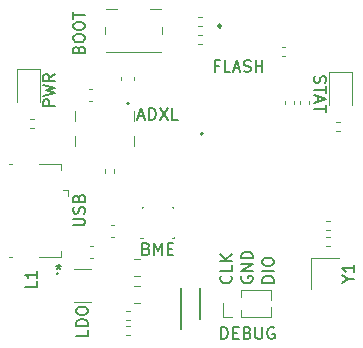
<source format=gto>
G04 #@! TF.GenerationSoftware,KiCad,Pcbnew,(6.0.6)*
G04 #@! TF.CreationDate,2022-10-22T18:45:05+02:00*
G04 #@! TF.ProjectId,ADXL PCB,4144584c-2050-4434-922e-6b696361645f,rev?*
G04 #@! TF.SameCoordinates,Original*
G04 #@! TF.FileFunction,Legend,Top*
G04 #@! TF.FilePolarity,Positive*
%FSLAX46Y46*%
G04 Gerber Fmt 4.6, Leading zero omitted, Abs format (unit mm)*
G04 Created by KiCad (PCBNEW (6.0.6)) date 2022-10-22 18:45:05*
%MOMM*%
%LPD*%
G01*
G04 APERTURE LIST*
%ADD10C,0.150000*%
%ADD11C,0.120000*%
%ADD12C,0.200000*%
%ADD13C,0.100000*%
%ADD14C,0.250000*%
G04 APERTURE END LIST*
D10*
X150018952Y-101766666D02*
X150495142Y-101766666D01*
X149923714Y-102052380D02*
X150257047Y-101052380D01*
X150590380Y-102052380D01*
X150923714Y-102052380D02*
X150923714Y-101052380D01*
X151161809Y-101052380D01*
X151304666Y-101100000D01*
X151399904Y-101195238D01*
X151447523Y-101290476D01*
X151495142Y-101480952D01*
X151495142Y-101623809D01*
X151447523Y-101814285D01*
X151399904Y-101909523D01*
X151304666Y-102004761D01*
X151161809Y-102052380D01*
X150923714Y-102052380D01*
X151828476Y-101052380D02*
X152495142Y-102052380D01*
X152495142Y-101052380D02*
X151828476Y-102052380D01*
X153352285Y-102052380D02*
X152876095Y-102052380D01*
X152876095Y-101052380D01*
X150685619Y-112958571D02*
X150828476Y-113006190D01*
X150876095Y-113053809D01*
X150923714Y-113149047D01*
X150923714Y-113291904D01*
X150876095Y-113387142D01*
X150828476Y-113434761D01*
X150733238Y-113482380D01*
X150352285Y-113482380D01*
X150352285Y-112482380D01*
X150685619Y-112482380D01*
X150780857Y-112530000D01*
X150828476Y-112577619D01*
X150876095Y-112672857D01*
X150876095Y-112768095D01*
X150828476Y-112863333D01*
X150780857Y-112910952D01*
X150685619Y-112958571D01*
X150352285Y-112958571D01*
X151352285Y-113482380D02*
X151352285Y-112482380D01*
X151685619Y-113196666D01*
X152018952Y-112482380D01*
X152018952Y-113482380D01*
X152495142Y-112958571D02*
X152828476Y-112958571D01*
X152971333Y-113482380D02*
X152495142Y-113482380D01*
X152495142Y-112482380D01*
X152971333Y-112482380D01*
X164949238Y-98345809D02*
X164901619Y-98488666D01*
X164901619Y-98726761D01*
X164949238Y-98822000D01*
X164996857Y-98869619D01*
X165092095Y-98917238D01*
X165187333Y-98917238D01*
X165282571Y-98869619D01*
X165330190Y-98822000D01*
X165377809Y-98726761D01*
X165425428Y-98536285D01*
X165473047Y-98441047D01*
X165520666Y-98393428D01*
X165615904Y-98345809D01*
X165711142Y-98345809D01*
X165806380Y-98393428D01*
X165854000Y-98441047D01*
X165901619Y-98536285D01*
X165901619Y-98774380D01*
X165854000Y-98917238D01*
X165901619Y-99202952D02*
X165901619Y-99774380D01*
X164901619Y-99488666D02*
X165901619Y-99488666D01*
X165187333Y-100060095D02*
X165187333Y-100536285D01*
X164901619Y-99964857D02*
X165901619Y-100298190D01*
X164901619Y-100631523D01*
X165901619Y-100822000D02*
X165901619Y-101393428D01*
X164901619Y-101107714D02*
X165901619Y-101107714D01*
X145740380Y-119840285D02*
X145740380Y-120316476D01*
X144740380Y-120316476D01*
X145740380Y-119506952D02*
X144740380Y-119506952D01*
X144740380Y-119268857D01*
X144788000Y-119126000D01*
X144883238Y-119030761D01*
X144978476Y-118983142D01*
X145168952Y-118935523D01*
X145311809Y-118935523D01*
X145502285Y-118983142D01*
X145597523Y-119030761D01*
X145692761Y-119126000D01*
X145740380Y-119268857D01*
X145740380Y-119506952D01*
X144740380Y-118316476D02*
X144740380Y-118126000D01*
X144788000Y-118030761D01*
X144883238Y-117935523D01*
X145073714Y-117887904D01*
X145407047Y-117887904D01*
X145597523Y-117935523D01*
X145692761Y-118030761D01*
X145740380Y-118126000D01*
X145740380Y-118316476D01*
X145692761Y-118411714D01*
X145597523Y-118506952D01*
X145407047Y-118554571D01*
X145073714Y-118554571D01*
X144883238Y-118506952D01*
X144788000Y-118411714D01*
X144740380Y-118316476D01*
X157019904Y-120594380D02*
X157019904Y-119594380D01*
X157258000Y-119594380D01*
X157400857Y-119642000D01*
X157496095Y-119737238D01*
X157543714Y-119832476D01*
X157591333Y-120022952D01*
X157591333Y-120165809D01*
X157543714Y-120356285D01*
X157496095Y-120451523D01*
X157400857Y-120546761D01*
X157258000Y-120594380D01*
X157019904Y-120594380D01*
X158019904Y-120070571D02*
X158353238Y-120070571D01*
X158496095Y-120594380D02*
X158019904Y-120594380D01*
X158019904Y-119594380D01*
X158496095Y-119594380D01*
X159258000Y-120070571D02*
X159400857Y-120118190D01*
X159448476Y-120165809D01*
X159496095Y-120261047D01*
X159496095Y-120403904D01*
X159448476Y-120499142D01*
X159400857Y-120546761D01*
X159305619Y-120594380D01*
X158924666Y-120594380D01*
X158924666Y-119594380D01*
X159258000Y-119594380D01*
X159353238Y-119642000D01*
X159400857Y-119689619D01*
X159448476Y-119784857D01*
X159448476Y-119880095D01*
X159400857Y-119975333D01*
X159353238Y-120022952D01*
X159258000Y-120070571D01*
X158924666Y-120070571D01*
X159924666Y-119594380D02*
X159924666Y-120403904D01*
X159972285Y-120499142D01*
X160019904Y-120546761D01*
X160115142Y-120594380D01*
X160305619Y-120594380D01*
X160400857Y-120546761D01*
X160448476Y-120499142D01*
X160496095Y-120403904D01*
X160496095Y-119594380D01*
X161496095Y-119642000D02*
X161400857Y-119594380D01*
X161258000Y-119594380D01*
X161115142Y-119642000D01*
X161019904Y-119737238D01*
X160972285Y-119832476D01*
X160924666Y-120022952D01*
X160924666Y-120165809D01*
X160972285Y-120356285D01*
X161019904Y-120451523D01*
X161115142Y-120546761D01*
X161258000Y-120594380D01*
X161353238Y-120594380D01*
X161496095Y-120546761D01*
X161543714Y-120499142D01*
X161543714Y-120165809D01*
X161353238Y-120165809D01*
X157837142Y-115260381D02*
X157884761Y-115308000D01*
X157932380Y-115450857D01*
X157932380Y-115546095D01*
X157884761Y-115688952D01*
X157789523Y-115784190D01*
X157694285Y-115831809D01*
X157503809Y-115879428D01*
X157360952Y-115879428D01*
X157170476Y-115831809D01*
X157075238Y-115784190D01*
X156980000Y-115688952D01*
X156932380Y-115546095D01*
X156932380Y-115450857D01*
X156980000Y-115308000D01*
X157027619Y-115260381D01*
X157932380Y-114355619D02*
X157932380Y-114831809D01*
X156932380Y-114831809D01*
X157932380Y-114022285D02*
X156932380Y-114022285D01*
X157932380Y-113450857D02*
X157360952Y-113879428D01*
X156932380Y-113450857D02*
X157503809Y-114022285D01*
X144486380Y-110989904D02*
X145295904Y-110989904D01*
X145391142Y-110942285D01*
X145438761Y-110894666D01*
X145486380Y-110799428D01*
X145486380Y-110608952D01*
X145438761Y-110513714D01*
X145391142Y-110466095D01*
X145295904Y-110418476D01*
X144486380Y-110418476D01*
X145438761Y-109989904D02*
X145486380Y-109847047D01*
X145486380Y-109608952D01*
X145438761Y-109513714D01*
X145391142Y-109466095D01*
X145295904Y-109418476D01*
X145200666Y-109418476D01*
X145105428Y-109466095D01*
X145057809Y-109513714D01*
X145010190Y-109608952D01*
X144962571Y-109799428D01*
X144914952Y-109894666D01*
X144867333Y-109942285D01*
X144772095Y-109989904D01*
X144676857Y-109989904D01*
X144581619Y-109942285D01*
X144534000Y-109894666D01*
X144486380Y-109799428D01*
X144486380Y-109561333D01*
X144534000Y-109418476D01*
X144962571Y-108656571D02*
X145010190Y-108513714D01*
X145057809Y-108466095D01*
X145153047Y-108418476D01*
X145295904Y-108418476D01*
X145391142Y-108466095D01*
X145438761Y-108513714D01*
X145486380Y-108608952D01*
X145486380Y-108989904D01*
X144486380Y-108989904D01*
X144486380Y-108656571D01*
X144534000Y-108561333D01*
X144581619Y-108513714D01*
X144676857Y-108466095D01*
X144772095Y-108466095D01*
X144867333Y-108513714D01*
X144914952Y-108561333D01*
X144962571Y-108656571D01*
X144962571Y-108989904D01*
X161488380Y-115831809D02*
X160488380Y-115831809D01*
X160488380Y-115593714D01*
X160536000Y-115450857D01*
X160631238Y-115355619D01*
X160726476Y-115308000D01*
X160916952Y-115260380D01*
X161059809Y-115260380D01*
X161250285Y-115308000D01*
X161345523Y-115355619D01*
X161440761Y-115450857D01*
X161488380Y-115593714D01*
X161488380Y-115831809D01*
X161488380Y-114831809D02*
X160488380Y-114831809D01*
X160488380Y-114165142D02*
X160488380Y-113974666D01*
X160536000Y-113879428D01*
X160631238Y-113784190D01*
X160821714Y-113736571D01*
X161155047Y-113736571D01*
X161345523Y-113784190D01*
X161440761Y-113879428D01*
X161488380Y-113974666D01*
X161488380Y-114165142D01*
X161440761Y-114260380D01*
X161345523Y-114355619D01*
X161155047Y-114403238D01*
X160821714Y-114403238D01*
X160631238Y-114355619D01*
X160536000Y-114260380D01*
X160488380Y-114165142D01*
X144962571Y-96099142D02*
X145010190Y-95956285D01*
X145057809Y-95908666D01*
X145153047Y-95861047D01*
X145295904Y-95861047D01*
X145391142Y-95908666D01*
X145438761Y-95956285D01*
X145486380Y-96051523D01*
X145486380Y-96432476D01*
X144486380Y-96432476D01*
X144486380Y-96099142D01*
X144534000Y-96003904D01*
X144581619Y-95956285D01*
X144676857Y-95908666D01*
X144772095Y-95908666D01*
X144867333Y-95956285D01*
X144914952Y-96003904D01*
X144962571Y-96099142D01*
X144962571Y-96432476D01*
X144486380Y-95242000D02*
X144486380Y-95051523D01*
X144534000Y-94956285D01*
X144629238Y-94861047D01*
X144819714Y-94813428D01*
X145153047Y-94813428D01*
X145343523Y-94861047D01*
X145438761Y-94956285D01*
X145486380Y-95051523D01*
X145486380Y-95242000D01*
X145438761Y-95337238D01*
X145343523Y-95432476D01*
X145153047Y-95480095D01*
X144819714Y-95480095D01*
X144629238Y-95432476D01*
X144534000Y-95337238D01*
X144486380Y-95242000D01*
X144486380Y-94194380D02*
X144486380Y-94003904D01*
X144534000Y-93908666D01*
X144629238Y-93813428D01*
X144819714Y-93765809D01*
X145153047Y-93765809D01*
X145343523Y-93813428D01*
X145438761Y-93908666D01*
X145486380Y-94003904D01*
X145486380Y-94194380D01*
X145438761Y-94289619D01*
X145343523Y-94384857D01*
X145153047Y-94432476D01*
X144819714Y-94432476D01*
X144629238Y-94384857D01*
X144534000Y-94289619D01*
X144486380Y-94194380D01*
X144486380Y-93480095D02*
X144486380Y-92908666D01*
X145486380Y-93194380D02*
X144486380Y-93194380D01*
X156805523Y-97464571D02*
X156472190Y-97464571D01*
X156472190Y-97988380D02*
X156472190Y-96988380D01*
X156948380Y-96988380D01*
X157805523Y-97988380D02*
X157329333Y-97988380D01*
X157329333Y-96988380D01*
X158091238Y-97702666D02*
X158567428Y-97702666D01*
X157996000Y-97988380D02*
X158329333Y-96988380D01*
X158662666Y-97988380D01*
X158948380Y-97940761D02*
X159091238Y-97988380D01*
X159329333Y-97988380D01*
X159424571Y-97940761D01*
X159472190Y-97893142D01*
X159519809Y-97797904D01*
X159519809Y-97702666D01*
X159472190Y-97607428D01*
X159424571Y-97559809D01*
X159329333Y-97512190D01*
X159138857Y-97464571D01*
X159043619Y-97416952D01*
X158996000Y-97369333D01*
X158948380Y-97274095D01*
X158948380Y-97178857D01*
X158996000Y-97083619D01*
X159043619Y-97036000D01*
X159138857Y-96988380D01*
X159376952Y-96988380D01*
X159519809Y-97036000D01*
X159948380Y-97988380D02*
X159948380Y-96988380D01*
X159948380Y-97464571D02*
X160519809Y-97464571D01*
X160519809Y-97988380D02*
X160519809Y-96988380D01*
X158758000Y-115308000D02*
X158710380Y-115403238D01*
X158710380Y-115546096D01*
X158758000Y-115688953D01*
X158853238Y-115784191D01*
X158948476Y-115831810D01*
X159138952Y-115879429D01*
X159281809Y-115879429D01*
X159472285Y-115831810D01*
X159567523Y-115784191D01*
X159662761Y-115688953D01*
X159710380Y-115546096D01*
X159710380Y-115450857D01*
X159662761Y-115308000D01*
X159615142Y-115260381D01*
X159281809Y-115260381D01*
X159281809Y-115450857D01*
X159710380Y-114831810D02*
X158710380Y-114831810D01*
X159710380Y-114260381D01*
X158710380Y-114260381D01*
X159710380Y-113784191D02*
X158710380Y-113784191D01*
X158710380Y-113546096D01*
X158758000Y-113403238D01*
X158853238Y-113308000D01*
X158948476Y-113260381D01*
X159138952Y-113212762D01*
X159281809Y-113212762D01*
X159472285Y-113260381D01*
X159567523Y-113308000D01*
X159662761Y-113403238D01*
X159710380Y-113546096D01*
X159710380Y-113784191D01*
X142946380Y-100901333D02*
X141946380Y-100901333D01*
X141946380Y-100520380D01*
X141994000Y-100425142D01*
X142041619Y-100377523D01*
X142136857Y-100329904D01*
X142279714Y-100329904D01*
X142374952Y-100377523D01*
X142422571Y-100425142D01*
X142470190Y-100520380D01*
X142470190Y-100901333D01*
X141946380Y-99996571D02*
X142946380Y-99758476D01*
X142232095Y-99568000D01*
X142946380Y-99377523D01*
X141946380Y-99139428D01*
X142946380Y-98187047D02*
X142470190Y-98520380D01*
X142946380Y-98758476D02*
X141946380Y-98758476D01*
X141946380Y-98377523D01*
X141994000Y-98282285D01*
X142041619Y-98234666D01*
X142136857Y-98187047D01*
X142279714Y-98187047D01*
X142374952Y-98234666D01*
X142422571Y-98282285D01*
X142470190Y-98377523D01*
X142470190Y-98758476D01*
X143256000Y-114260380D02*
X143256000Y-114498476D01*
X143017904Y-114403238D02*
X143256000Y-114498476D01*
X143494095Y-114403238D01*
X143113142Y-114688952D02*
X143256000Y-114498476D01*
X143398857Y-114688952D01*
X141422380Y-115736666D02*
X141422380Y-116212857D01*
X140422380Y-116212857D01*
X141422380Y-114879523D02*
X141422380Y-115450952D01*
X141422380Y-115165238D02*
X140422380Y-115165238D01*
X140565238Y-115260476D01*
X140660476Y-115355714D01*
X140708095Y-115450952D01*
X167796190Y-115538190D02*
X168272380Y-115538190D01*
X167272380Y-115871523D02*
X167796190Y-115538190D01*
X167272380Y-115204857D01*
X168272380Y-114347714D02*
X168272380Y-114919142D01*
X168272380Y-114633428D02*
X167272380Y-114633428D01*
X167415238Y-114728666D01*
X167510476Y-114823904D01*
X167558095Y-114919142D01*
D11*
X148984379Y-118238000D02*
X149319621Y-118238000D01*
X148984379Y-118998000D02*
X149319621Y-118998000D01*
X147974267Y-112016000D02*
X147681733Y-112016000D01*
X147974267Y-110996000D02*
X147681733Y-110996000D01*
X164444000Y-100699835D02*
X164444000Y-100468165D01*
X163724000Y-100699835D02*
X163724000Y-100468165D01*
X146196267Y-112774000D02*
X145903733Y-112774000D01*
X146196267Y-113794000D02*
X145903733Y-113794000D01*
X147194000Y-106258379D02*
X147194000Y-106593621D01*
X147954000Y-106258379D02*
X147954000Y-106593621D01*
X161218000Y-118712000D02*
X161218000Y-117909530D01*
X158743000Y-117038529D02*
X158743000Y-116492000D01*
X158743000Y-116492000D02*
X161218000Y-116492000D01*
X161218000Y-117294470D02*
X161218000Y-116492000D01*
X158743000Y-118712000D02*
X158743000Y-118165471D01*
X157223000Y-118712000D02*
X157223000Y-117602000D01*
X158743000Y-118712000D02*
X161218000Y-118712000D01*
X157983000Y-118712000D02*
X157223000Y-118712000D01*
D12*
X155483000Y-103226000D02*
G75*
G03*
X155483000Y-103226000I-100000J0D01*
G01*
D11*
X166241621Y-111378000D02*
X165906379Y-111378000D01*
X166241621Y-110618000D02*
X165906379Y-110618000D01*
X155026379Y-94106000D02*
X155361621Y-94106000D01*
X155026379Y-93346000D02*
X155361621Y-93346000D01*
X139756000Y-97708000D02*
X139756000Y-100568000D01*
X141676000Y-97708000D02*
X139756000Y-97708000D01*
X141676000Y-100568000D02*
X141676000Y-97708000D01*
X148588000Y-98405733D02*
X148588000Y-98698267D01*
X149608000Y-98405733D02*
X149608000Y-98698267D01*
D13*
X149636000Y-101288500D02*
X149636000Y-102182000D01*
X149636000Y-103395000D02*
X149636000Y-104288500D01*
X144636000Y-101288500D02*
X144636000Y-102182000D01*
X144636000Y-103395000D02*
X144636000Y-104288500D01*
D12*
X149236000Y-100688500D02*
G75*
G03*
X149236000Y-100688500I-100000J0D01*
G01*
D11*
X145803233Y-99403000D02*
X146095767Y-99403000D01*
X145803233Y-100423000D02*
X146095767Y-100423000D01*
X140802379Y-102742000D02*
X141137621Y-102742000D01*
X140802379Y-101982000D02*
X141137621Y-101982000D01*
X168092000Y-100822000D02*
X168092000Y-97962000D01*
X166172000Y-97962000D02*
X166172000Y-100822000D01*
X168092000Y-97962000D02*
X166172000Y-97962000D01*
X144602950Y-117500400D02*
X145973050Y-117500400D01*
X145973050Y-114655600D02*
X144602950Y-114655600D01*
X143238600Y-115078000D02*
G75*
G03*
X143238600Y-115078000I-101600J0D01*
G01*
X163174000Y-100699835D02*
X163174000Y-100468165D01*
X162454000Y-100699835D02*
X162454000Y-100468165D01*
X167045621Y-102236000D02*
X166710379Y-102236000D01*
X167045621Y-102996000D02*
X166710379Y-102996000D01*
X166241621Y-111950000D02*
X165906379Y-111950000D01*
X166241621Y-112710000D02*
X165906379Y-112710000D01*
D12*
X153607000Y-119722000D02*
X153607000Y-116252000D01*
X155257000Y-118952000D02*
X155257000Y-116252000D01*
D11*
X166970000Y-113712000D02*
X164670000Y-113712000D01*
X164670000Y-113712000D02*
X164670000Y-116412000D01*
X149670748Y-117575000D02*
X150193252Y-117575000D01*
X149670748Y-116105000D02*
X150193252Y-116105000D01*
X155026379Y-95630000D02*
X155361621Y-95630000D01*
X155026379Y-94870000D02*
X155361621Y-94870000D01*
D13*
X152998000Y-112094000D02*
X152998000Y-111944000D01*
X150288000Y-109544000D02*
X150288000Y-109394000D01*
X150288000Y-109394000D02*
X150438000Y-109394000D01*
X150438000Y-112094000D02*
X150188000Y-112094000D01*
X152988000Y-109394000D02*
X152988000Y-109544000D01*
X152988000Y-112094000D02*
X152838000Y-112094000D01*
X152988000Y-109394000D02*
X152838000Y-109394000D01*
D11*
X149670748Y-115289000D02*
X150193252Y-115289000D01*
X149670748Y-113819000D02*
X150193252Y-113819000D01*
X162190165Y-96648000D02*
X162421835Y-96648000D01*
X162190165Y-95928000D02*
X162421835Y-95928000D01*
X144044500Y-108028000D02*
X143594500Y-108028000D01*
X139094500Y-113628000D02*
X139344500Y-113628000D01*
X141644500Y-105828000D02*
X143494500Y-105828000D01*
X143494500Y-105828000D02*
X143494500Y-106278000D01*
X139094500Y-105828000D02*
X139344500Y-105828000D01*
X141644500Y-113628000D02*
X143494500Y-113628000D01*
X144044500Y-108028000D02*
X144044500Y-108478000D01*
X143494500Y-113628000D02*
X143494500Y-113178000D01*
X148181000Y-92638000D02*
X147256000Y-92638000D01*
X151956000Y-92638000D02*
X151031000Y-92638000D01*
X152056000Y-94763000D02*
X152056000Y-94213000D01*
X147156000Y-94763000D02*
X147156000Y-94213000D01*
X151956000Y-96338000D02*
X147256000Y-96338000D01*
D14*
X157025000Y-94104000D02*
G75*
G03*
X157025000Y-94104000I-125000J0D01*
G01*
D11*
X148984379Y-119508000D02*
X149319621Y-119508000D01*
X148984379Y-120268000D02*
X149319621Y-120268000D01*
M02*

</source>
